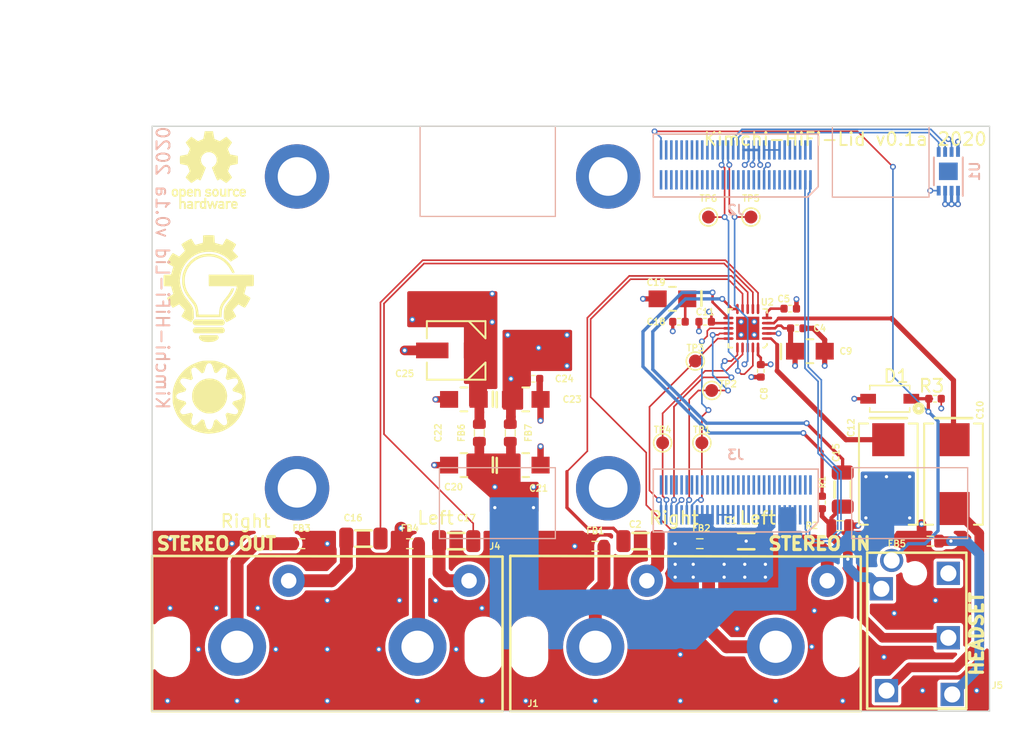
<source format=kicad_pcb>
(kicad_pcb (version 20221018) (generator pcbnew)
  (title_block (title "kimchi_ulid") (date "2019-12-15") (rev "v0.1") (company "GroupGets"))
  (layers (0 "F.Cu" signal) (1 "In1.Cu" power) (2 "In2.Cu" power) (31 "B.Cu" signal) (34 "B.Paste" user) (35 "F.Paste" user) (36 "B.SilkS" user "B.Silkscreen") (37 "F.SilkS" user "F.Silkscreen") (38 "B.Mask" user) (39 "F.Mask" user) (44 "Edge.Cuts" user))
  (net 0 "")
  (net 1 "GND")
  (net 2 "VDD_5V")
  (net 3 "VDD_1V8")
  (net 4 "VDD_3V3")
  (net 5 "I2C4_SCL")
  (net 6 "I2C4_SDA")
  (net 7 "/DISP_CK_P")
  (net 8 "/DISP_D2_N")
  (net 9 "/DISP_D2_P")
  (net 10 "/DISP_D3_N")
  (net 11 "/DISP_D3_P")
  (net 12 "ECSPI2_MISO")
  (net 13 "/CAM_D0_N")
  (net 14 "ECSPI2_MOSI")
  (net 15 "/CAM_D0_P")
  (net 16 "ECSPI2_SS0")
  (net 17 "/CAM_D1_N")
  (net 18 "ECSPI2_SCLK")
  (net 19 "/CAM_D1_P")
  (net 20 "ECSPI1_MISO")
  (net 21 "/CAM_CK_N")
  (net 22 "ECSPI1_MOSI")
  (net 23 "/CAM_CK_P")
  (net 24 "ECSPI1_SS0")
  (net 25 "/CAM_D2_N")
  (net 26 "ECSPI1_SCLK")
  (net 27 "/CAM_D2_P")
  (net 28 "I2C1_SCL")
  (net 29 "/CAM_D3_N")
  (net 30 "I2C1_SDA")
  (net 31 "/CAM_D3_P")
  (net 32 "I2C2_SCL")
  (net 33 "I2C2_SDA")
  (net 34 "UIM_VPP")
  (net 35 "I2C3_SCL")
  (net 36 "UIM_RESET_N")
  (net 37 "I2C3_SDA")
  (net 38 "UIM_CLK")
  (net 39 "UIM_DATA")
  (net 40 "UIM_PWR")
  (net 41 "USB2_VBUS")
  (net 42 "USB2_ID")
  (net 43 "USB2_DN")
  (net 44 "USB2_DP")
  (net 45 "/DISP_D0_N")
  (net 46 "/DISP_D0_P")
  (net 47 "/DISP_D1_N")
  (net 48 "/DISP_D1_P")
  (net 49 "/USDHC3_DATA2")
  (net 50 "/DISP_CK_N")
  (net 51 "/USDHC3_DATA1")
  (net 52 "/USDHC3_DATA0")
  (net 53 "/USDHC3_DATA3")
  (net 54 "/USDHC3_CLK")
  (net 55 "/USDHC3_CMD")
  (net 56 "SAI3_TXFS")
  (net 57 "SAI3_MCLK")
  (net 58 "GPIO1[0]")
  (net 59 "GPIO1[1]")
  (net 60 "GPIO1[9]")
  (net 61 "GPIO1[10]")
  (net 62 "GPIO1[11]")
  (net 63 "GPIO1[12]")
  (net 64 "UART1_TX")
  (net 65 "GPIO1[13]")
  (net 66 "UART1_RX")
  (net 67 "GPIO1[14]")
  (net 68 "UART3_TX")
  (net 69 "GPIO1[15]")
  (net 70 "UART3_RX")
  (net 71 "SAI2_RXFS")
  (net 72 "SAI2_MCLK")
  (net 73 "SAI2_TXC")
  (net 74 "SAI2_TXD0")
  (net 75 "SAI2_RXC")
  (net 76 "SAI2_TXFS")
  (net 77 "SAI2_RXD0")
  (net 78 "/ENET_TXC")
  (net 79 "/ENET_TX_CTL")
  (net 80 "/ENET_TD2")
  (net 81 "/ENET_TD3")
  (net 82 "/ENET_TD0")
  (net 83 "SAI3_TXC")
  (net 84 "/ENET_TD1")
  (net 85 "SAI3_TXD")
  (net 86 "/ENET_RX_CTL")
  (net 87 "SAI3_RXD")
  (net 88 "/ENET_RXC")
  (net 89 "SAI3_RXFS")
  (net 90 "/ENET_RD0")
  (net 91 "SAI3_RXC")
  (net 92 "/ENET_RD2")
  (net 93 "/ENET_RD1")
  (net 94 "/ENET_RD3")
  (net 95 "/ENET_MDC")
  (net 96 "/ENET_MDIO")
  (net 97 "MIC_IN")
  (net 98 "MIC_BIAS")
  (net 99 "Net-(C12-Pad2)")
  (net 100 "Net-(C12-Pad1)")
  (net 101 "Net-(FB1-Pad2)")
  (net 102 "Net-(FB2-Pad2)")
  (net 103 "Net-(FB3-Pad2)")
  (net 104 "Net-(FB4-Pad2)")
  (net 105 "Net-(C5-Pad1)")
  (net 106 "Net-(FB5-Pad2)")
  (net 107 "Net-(C1-Pad2)")
  (net 108 "Net-(C1-Pad1)")
  (net 109 "Net-(C2-Pad2)")
  (net 110 "Net-(C2-Pad1)")
  (net 111 "Net-(C10-Pad2)")
  (net 112 "Net-(C10-Pad1)")
  (net 113 "Net-(C15-Pad2)")
  (net 114 "Net-(C16-Pad2)")
  (net 115 "Net-(C16-Pad1)")
  (net 116 "Net-(C17-Pad2)")
  (net 117 "Net-(C17-Pad1)")
  (net 118 "Net-(J3-Pad58)")
  (net 119 "Net-(J5-Pad6)")
  (net 120 "VDDA")
  (net 121 "VDD")
  (footprint "Symbol:OSHW-Logo_5.7x6mm_SilkScreen" (layer "F.Cu") (at 111.4 84)
    (fp_text reference "LOGO1" hide)
    (fp_text value "Logo_Open_Hardware_Small" hide)
  )
  (footprint "kimchi_ulid:MountingHole_3mm_Pad" (layer "F.Cu") (at 118.25 84.5)
    (fp_text reference "H1" hide)
    (fp_text value "MountingHole_Pad" hide)
  )
  (footprint "kimchi_ulid:MountingHole_3mm_Pad" (layer "F.Cu") (at 118.25 108.7)
    (fp_text reference "H3" hide)
    (fp_text value "MountingHole_Pad" hide)
  )
  (footprint "kimchi_ulid:MountingHole_3mm_Pad" (layer "F.Cu") (at 142.4 84.5)
    (fp_text reference "H2" hide)
    (fp_text value "MountingHole_Pad" hide)
  )
  (footprint "kimchi_ulid:MountingHole_3mm_Pad" (layer "F.Cu") (at 142.4 108.7)
    (fp_text reference "H4" hide)
    (fp_text value "MountingHole_Pad" hide)
  )
  (footprint "kimchi_ulid:C1206" (layer "F.Cu") (at 160.6 108.8 -90)
    (fp_text reference "C15")
    (fp_text value "T491A105K010AT" hide)
  )
  (footprint "kimchi_ulid:C1206" (layer "F.Cu") (at 144.91 112.8)
    (fp_text reference "C2")
    (fp_text value "T491A105K010AT" hide)
  )
  (footprint "kimchi_ulid:C1206" (layer "F.Cu") (at 153.11 112.8)
    (fp_text reference "C1")
    (fp_text value "T491A105K010AT" hide)
  )
  (footprint "kimchi_ulid:RCJ-2123" (layer "F.Cu") (at 148.4 121 180)
    (fp_text reference "J1")
    (fp_text value "RCJ-2123")
  )
  (footprint "kimchi_ulid:RCJ-2123" (layer "F.Cu") (at 120.6 121 180)
    (fp_text reference "J4")
    (fp_text value "RCJ-2123")
  )
  (footprint "kimchi_ulid:C1206" (layer "F.Cu") (at 123.4 112.6 180)
    (fp_text reference "C16")
    (fp_text value "T491A105K010AT" hide)
  )
  (footprint "kimchi_ulid:C1206" (layer "F.Cu") (at 130.6 112.8 180)
    (fp_text reference "C17")
    (fp_text value "T491A105K010AT" hide)
  )
  (footprint "kimchi_ulid:R0603" (layer "F.Cu") (at 118.6 113 180)
    (fp_text reference "FB3")
    (fp_text value "FBMJ1608HM180NTR")
  )
  (footprint "kimchi_ulid:R0603" (layer "F.Cu") (at 127 113)
    (fp_text reference "FB4")
    (fp_text value "FBMJ1608HM180NTR")
  )
  (footprint "kimchi_ulid:R0603" (layer "F.Cu") (at 141.39 113.2)
    (fp_text reference "FB1")
    (fp_text value "FBMJ1608HM180NTR")
  )
  (footprint "kimchi_ulid:R0603" (layer "F.Cu") (at 149.51 113)
    (fp_text reference "FB2")
    (fp_text value "FBMJ1608HM180NTR")
  )
  (footprint "kimchi_ulid:R0603" (layer "F.Cu") (at 167.4 112.8)
    (fp_text reference "FB5")
    (fp_text value "FBMJ1608HM180NTR")
  )
  (footprint "AVR-KiCAD-Lib-Resistors:R0402" (layer "F.Cu") (at 159 109.8 90)
    (fp_text reference "R1")
    (fp_text value "RC0402JR-072K2L")
  )
  (footprint "AVR-KiCAD-Lib-Resistors:R0603" (layer "F.Cu") (at 160.4 111.6 180)
    (fp_text reference "R2")
    (fp_text value "RC0603FR-0747KL")
  )
  (footprint "kimchi_ulid:54-00176" (layer "F.Cu") (at 166.2 125.8 90)
    (fp_text reference "J5")
    (fp_text value "54-00176")
  )
  (footprint "kimchi_ulid:T491D227M010AT" (layer "F.Cu") (at 169.2 107.6 -90)
    (fp_text reference "C10")
    (fp_text value "T491D227M010AT")
  )
  (footprint "kimchi_ulid:T491D227M010AT" (layer "F.Cu") (at 164.14 107.6 -90)
    (fp_text reference "C12")
    (fp_text value "T491D227M010AT")
  )
  (footprint "kimchi_ulid:T494A106M006AT" (layer "F.Cu") (at 136 106.9)
    (fp_text reference "C21")
    (fp_text value "T494A106M006AT" hide)
  )
  (footprint "kimchi_ulid:T494A106M006AT" (layer "F.Cu") (at 131.2 101.8 180)
    (fp_text reference "C22")
    (fp_text value "T494A106M006AT" hide)
  )
  (footprint "kimchi_ulid:UZP1H0R1MCL1GB" (layer "F.Cu") (at 130.6 98 180)
    (fp_text reference "C25")
    (fp_text value "UZP1H0R1MCL1GB" hide)
  )
  (footprint "kimchi_ulid:R0603" (layer "F.Cu") (at 132.4 104.4 90)
    (fp_text reference "FB6")
    (fp_text value "FBMJ1608HM180NTR")
  )
  (footprint "kimchi_ulid:C0402" (layer "F.Cu") (at 136.6 100.2)
    (fp_text reference "C24")
    (fp_text value "C0402C104K9PACTU")
  )
  (footprint "kimchi_ulid:T494A106M006AT" (layer "F.Cu") (at 131.2 106.9 180)
    (fp_text reference "C20")
    (fp_text value "T494A106M006AT" hide)
  )
  (footprint "kimchi_ulid:T494A106M006AT" (layer "F.Cu") (at 136 101.8)
    (fp_text reference "C23")
    (fp_text value "T494A106M006AT" hide)
  )
  (footprint "kimchi_ulid:R0603" (layer "F.Cu") (at 134.8 104.4 90)
    (fp_text reference "FB7")
    (fp_text value "FBMJ1608HM180NTR")
  )
  (footprint "kimchi_ulid:groupgets_logo" (layer "F.Cu") (at 111.4 93.2)
    (fp_text reference "L1" hide)
    (fp_text value "GG_LOGO" hide)
  )
  (footprint "kimchi_ulid:oshpark_logo" (layer "F.Cu") (at 111.4 101.6)
    (fp_text reference "L2" hide)
    (fp_text value "OSHPARK_LOGO" hide)
  )
  (footprint "kimchi_ulid:QFN40P300X300X60-21N" (layer "F.Cu") (at 153.228 96.282 180)
    (fp_text reference "U2")
    (fp_text value "SGTL5000XNLA3")
  )
  (footprint "kimchi_ulid:C0402" (layer "F.Cu") (at 157.038 96.282)
    (fp_text reference "C4")
    (fp_text value "C0402C104K9PACTU")
  )
  (footprint "kimchi_ulid:C0402" (layer "F.Cu") (at 154.244 99.584 -90)
    (fp_text reference "C8")
    (fp_text value "C0402C104K9PACTU")
  )
  (footprint "kimchi_ulid:T494A106M006AT" (layer "F.Cu") (at 158.054 98.06)
    (fp_text reference "C9")
    (fp_text value "T494A106M006AT" hide)
  )
  (footprint "kimchi_ulid:C0402" (layer "F.Cu") (at 149.926 95.774 180)
    (fp_text reference "C11")
    (fp_text value "C0402C104K9PACTU")
  )
  (footprint "kimchi_ulid:C0402" (layer "F.Cu") (at 156.53 94.758)
    (fp_text reference "C5")
    (fp_text value "C0402C104K9PACTU")
  )
  (footprint "kimchi_ulid:C0402" (layer "F.Cu") (at 147.894 95.774 180)
    (fp_text reference "C18")
    (fp_text value "C0402C104K9PACTU")
  )
  (footprint "kimchi_ulid:T494A106M006AT" (layer "F.Cu") (at 147.386 93.996 180)
    (fp_text reference "C19")
    (fp_text value "T494A106M006AT")
  )
  (footprint "kimchi_ulid:TestPoint_Pad_D1.0mm" (layer "F.Cu") (at 149.672 105.172)
    (fp_text reference "TP1")
    (fp_text value "TestPoint")
  )
  (footprint "kimchi_ulid:TestPoint_Pad_D1.0mm" (layer "F.Cu") (at 150.434 101.108)
    (fp_text reference "TP2")
    (fp_text value "TestPoint")
  )
  (footprint "kimchi_ulid:TestPoint_Pad_D1.0mm" (layer "F.Cu") (at 149.164 98.822)
    (fp_text reference "TP3")
    (fp_text value "TestPoint")
  )
  (footprint "kimchi_ulid:TestPoint_Pad_D1.0mm" (layer "F.Cu") (at 146.624 105.172)
    (fp_text reference "TP4")
    (fp_text value "TestPoint")
  )
  (footprint "kimchi_ulid:TestPoint_Pad_D1.0mm" (layer "F.Cu") (at 153.482 87.646)
    (fp_text reference "TP5")
    (fp_text value "TestPoint")
  )
  (footprint "kimchi_ulid:TestPoint_Pad_D1.0mm" (layer "F.Cu") (at 150.18 87.646)
    (fp_text reference "TP6")
    (fp_text value "TestPoint")
  )
  (footprint "kimchi_ulid:R0402" (layer "F.Cu") (at 167.767 101.75 180)
    (fp_text reference "R3")
    (fp_text value "AC0402FR-071ML")
  )
  (footprint "kimchi_ulid:MMSZ4688T3G" (layer "F.Cu") (at 164.25 101.75 180)
    (fp_text reference "D1")
    (fp_text value "MMSZ4688T3G" hide)
  )
  (footprint "kimchi_ulid:DF40HC(3.5)-60DS" (layer "B.Cu") (at 152.3 109.6 180)
    (fp_text reference "J3")
    (fp_text value "DF40HC(3.5)-60DS" hide)
  )
  (footprint "Package_DFN_QFN:DFN-8-1EP_3x2mm_P0.5mm_EP1.36x1.46mm" (layer "B.Cu") (at 168.8 84.1 90)
    (fp_text reference "U1")
    (fp_text value "24C32" hide)
  )
  (footprint "kimchi_ulid:DF40HC(3.5)-60DS" (layer "B.Cu") (at 152.3 83.6 180)
    (fp_text reference "J2")
    (fp_text value "DF40HC(3.5)-60DS" hide)
  )
  (gr_line (start 167.3 80.6) (end 159.8 80.6) (stroke (width 0.1)) (layer "B.SilkS"))
  (gr_line (start 138.3 80.6) (end 127.8 80.6) (stroke (width 0.1)) (layer "B.SilkS"))
  (gr_line (start 138.3 107.1) (end 129.3 107.1) (stroke (width 0.1)) (layer "B.SilkS"))
  (gr_line (start 170.3 107.1) (end 161.3 107.1) (stroke (width 0.1)) (layer "B.SilkS"))
  (gr_line (start 138.3 87.6) (end 138.3 80.6) (stroke (width 0.1)) (layer "B.SilkS"))
  (gr_line (start 127.8 80.6) (end 127.8 87.6) (stroke (width 0.1)) (layer "B.SilkS"))
  (gr_line (start 159.8 86.1) (end 167.3 86.1) (stroke (width 0.1)) (layer "B.SilkS"))
  (gr_line (start 129.3 107.1) (end 129.3 112.6) (stroke (width 0.1)) (layer "B.SilkS"))
  (gr_line (start 127.8 87.6) (end 138.3 87.6) (stroke (width 0.1)) (layer "B.SilkS"))
  (gr_line (start 159.8 80.6) (end 159.8 86.1) (stroke (width 0.1)) (layer "B.SilkS"))
  (gr_line (start 161.3 107.1) (end 161.3 112.6) (stroke (width 0.1)) (layer "B.SilkS"))
  (gr_line (start 129.3 112.6) (end 138.3 112.6) (stroke (width 0.1)) (layer "B.SilkS"))
  (gr_line (start 170.3 112.6) (end 170.3 107.1) (stroke (width 0.1)) (layer "B.SilkS"))
  (gr_line (start 138.3 112.6) (end 138.3 107.1) (stroke (width 0.1)) (layer "B.SilkS"))
  (gr_line (start 161.3 112.6) (end 170.3 112.6) (stroke (width 0.1)) (layer "B.SilkS"))
  (gr_line (start 167.3 86.1) (end 167.3 80.6) (stroke (width 0.1)) (layer "B.SilkS"))
  (gr_line (start 107 126) (end 172 126) (stroke (width 0.1)) (layer "Edge.Cuts"))
  (gr_line (start 172 126) (end 172 80.6) (stroke (width 0.1)) (layer "Edge.Cuts"))
  (gr_line (start 172 80.6) (end 107 80.6) (stroke (width 0.1)) (layer "Edge.Cuts"))
  (gr_line (start 107 80.6) (end 107 126) (stroke (width 0.1)) (layer "Edge.Cuts"))
  (gr_text "Kimchi-HiFi-Lid v0.1a 2020" (at 107.8 91.6 270) (layer "B.SilkS") (effects (font (size 1 1)) (justify mirror)))
  (gr_text "HEADSET" (at 171 120 90) (layer "F.SilkS") (effects (font (size 1 1) (thickness 0.25))))
  (gr_text "STEREO IN" (at 158.8 113) (layer "F.SilkS") (effects (font (size 1 1) (thickness 0.25))))
  (gr_text "STEREO OUT" (at 112 113) (layer "F.SilkS") (effects (font (size 1 1) (thickness 0.25))))
  (gr_text "Kimchi-HiFi-Lid v0.1a 2020" (at 160.8 81.6) (layer "F.SilkS") (effects (font (size 1 1))))
  (gr_text "Right" (at 114.25 111.25) (layer "F.SilkS") (effects (font (size 1 1))))
  (gr_text "Right" (at 147.5 111) (layer "F.SilkS") (effects (font (size 1 1))))
  (gr_text "Left" (at 154 111) (layer "F.SilkS") (effects (font (size 1 1))))
  (gr_text "Left" (at 129 111) (layer "F.SilkS") (effects (font (size 1 1))))
  (segment (start 166.72 111.48) (end 166.72 111.48) (width 0.127) (layer "F.Cu") (net 1))
  (segment (start 166.72 112.8) (end 166.72 111.48) (width 0.75) (layer "F.Cu") (net 1))
  (segment (start 137.149722 103.450278) (end 137.149722 103.450278) (width 0.127) (layer "F.Cu") (net 1))
  (segment (start 137.149722 105.450278) (end 137.149722 105.450278) (width 0.127) (layer "F.Cu") (net 1))
  (segment (start 126.6 98) (end 126.6 98) (width 0.127) (layer "F.Cu") (net 1))
  (segment (start 148.83 113) (end 148.83 113) (width 1) (layer "F.Cu") (net 1))
  (segment (start 155.623523 96.682) (end 155.623523 96.682) (width 0.127) (layer "F.Cu") (net 1))
  (segment (start 149.443 96.510932) (end 149.443025 96.510957) (width 0.2) (layer "F.Cu") (net 1))
  (segment (start 149.443 95.774) (end 149.443 96.510932) (width 0.254) (layer "F.Cu") (net 1))
  (segment (start 130.050278 106.9) (end 128.9 106.9) (width 0.5) (layer "F.Cu") (net 1))
  (segment (start 148 113) (end 148.83 113) (width 1) (layer "F.Cu") (net 1))
  (segment (start 137.149722 101.8) (end 137.149722 103.450278) (width 0.5) (layer "F.Cu") (net 1))
  (segment (start 126.32 113) (end 126.32 111.8) (width 1) (layer "F.Cu") (net 1))
  (segment (start 128.7458 98) (end 126.6 98) (width 0.75) (layer "F.Cu") (net 1))
  (segment (start 159.203722 98.06) (end 159.203722 99.196268) (width 0.4) (layer "F.Cu") (net 1))
  (segment (start 157.521 96.282) (end 158.308 96.282) (width 0.4) (layer "F.Cu") (net 1))
  (segment (start 159.203722 97.177722) (end 159.203722 98.06) (width 0.4) (layer "F.Cu") (net 1))
  (segment (start 166.72 112.8) (end 166.72 112.8) (width 0.75) (layer "F.Cu") (net 1))
  (segment (start 147.411 95.774) (end 147.411 96.511) (width 0.254) (layer "F.Cu") (net 1))
  (segment (start 139.8 113.2) (end 140.71 113.2) (width 1) (layer "F.Cu") (net 1))
  (segment (start 161.08 111.6) (end 161.8 111.6) (width 0.5) (layer "F.Cu") (net 1))
  (segment (start 162.5736 101.75) (end 161.5 101.75) (width 0.254) (layer "F.Cu") (net 1))
  (segment (start 157.013 94.020894) (end 157.01298 94.020914) (width 0.127) (layer "F.Cu") (net 1))
  (segment (start 153.507044 100.067) (end 153.507022 100.066978) (width 0.2) (layer "F.Cu") (net 1))
  (segment (start 137.149722 106.9) (end 137.149722 105.450278) (width 0.5) (layer "F.Cu") (net 1))
  (segment (start 137.083 100.2) (end 137.083 101.733278) (width 0.5) (layer "F.Cu") (net 1))
  (segment (start 154.244 100.067) (end 153.507044 100.067) (width 0.35) (layer "F.Cu") (net 1))
  (segment (start 137.083 101.733278) (end 137.149722 101.8) (width 0.127) (layer "F.Cu") (net 1))
  (segment (start 154.728 96.682) (end 155.623523 96.682) (width 0.2) (layer "F.Cu") (net 1))
  (segment (start 120.4 113) (end 119.28 113) (width 1) (layer "F.Cu") (net 1))
  (segment (start 130.050278 101.8) (end 129.000038 101.8) (width 0.5) (layer "F.Cu") (net 1))
  (segment (start 146.236278 93.996) (end 145.1 93.996) (width 0.4) (layer "F.Cu") (net 1))
  (segment (start 157.013 94.758) (end 157.013 94.020894) (width 0.35) (layer "F.Cu") (net 1))
  (segment (start 158.308 96.282) (end 159.203722 97.177722) (width 0.4) (layer "F.Cu") (net 1))
  (via (at 137.149722 105.450278) (size 0.4572) (drill 0.254) (layers "F.Cu" "B.Cu") (net 1))
  (via (at 151.4 115.6) (size 0.4572) (drill 0.254) (layers "F.Cu" "B.Cu") (net 1))
  (via (at 132.6 118) (size 0.4572) (drill 0.254) (layers "F.Cu" "B.Cu") (net 1))
  (via (at 167.4 85.6) (size 0.4572) (drill 0.254) (layers "F.Cu" "B.Cu") (net 1))
  (via (at 153.6 83.6) (size 0.4572) (drill 0.254) (layers "F.Cu" "B.Cu") (net 1))
  (via (at 168.8 81.6) (size 0.4572) (drill 0.254) (layers "F.Cu" "B.Cu") (net 1))
  (via (at 166.72 111.48) (size 0.4572) (drill 0.254) (layers "F.Cu" "B.Cu") (net 1))
  (via (at 126.2 117.4) (size 0.4572) (drill 0.254) (layers "F.Cu" "B.Cu") (net 1))
  (via (at 116.6 121.2) (size 0.4572) (drill 0.254) (layers "F.Cu" "B.Cu") (net 1))
  (via (at 153.736 96.79) (size 0.4572) (drill 0.254) (layers "F.Cu" "B.Cu") (net 1))
  (via (at 154.6 115.6) (size 0.4572) (drill 0.254) (layers "F.Cu" "B.Cu") (net 1))
  (via (at 145.1 93.996) (size 0.4572) (drill 0.254) (layers "F.Cu" "B.Cu") (net 1))
  (via (at 158.2 121) (size 0.4572) (drill 0.254) (layers "F.Cu" "B.Cu") (net 1))
  (via (at 154.2 83.6) (size 0.4572) (drill 0.254) (layers "F.Cu" "B.Cu") (net 1))
  (via (at 129 117.4) (size 0.4572) (drill 0.254) (layers "F.Cu" "B.Cu") (net 1))
  (via (at 128.9 106.9) (size 0.4572) (drill 0.254) (layers "F.Cu" "B.Cu") (net 1))
  (via (at 120.6 117.4) (size 0.4572) (drill 0.254) (layers "F.Cu" "B.Cu") (net 1))
  (via (at 158.4 118.2) (size 0.4572) (drill 0.254) (layers "F.Cu" "B.Cu") (net 1))
  (via (at 130.6 121.2) (size 0.4572) (drill 0.254) (layers "F.Cu" "B.Cu") (net 1))
  (via (at 126.32 111.8) (size 0.4572) (drill 0.254) (layers "F.Cu" "B.Cu") (net 1))
  (via (at 120.6 125.2) (size 0.4572) (drill 0.254) (layers "F.Cu" "B.Cu") (net 1))
  (via (at 126.6 98) (size 0.4572) (drill 0.254) (layers "F.Cu" "B.Cu") (net 1))
  (via (at 149 115.6) (size 0.4572) (drill 0.254) (layers "F.Cu" "B.Cu") (net 1))
  (via (at 166.8 124.4) (size 0.4572) (drill 0.254) (layers "F.Cu" "B.Cu") (net 1))
  (via (at 129.000038 101.8) (size 0.4572) (drill 0.254) (layers "F.Cu" "B.Cu") (net 1))
  (via (at 136 125.2) (size 0.4572) (drill 0.254) (layers "F.Cu" "B.Cu") (net 1))
  (via (at 153.736 95.774) (size 0.4572) (drill 0.254) (layers "F.Cu" "B.Cu") (net 1))
  (via (at 147.6 113) (size 0.4572) (drill 0.254) (layers "F.Cu" "B.Cu") (net 1))
  (via (at 127.6 125.2) (size 0.4572) (drill 0.254) (layers "F.Cu" "B.Cu") (net 1))
  (via (at 161.5 101.75) (size 0.4572) (drill 0.254) (layers "F.Cu" "B.Cu") (net 1))
  (via (at 148 121.6) (size 0.4572) (drill 0.254) (layers "F.Cu" "B.Cu") (net 1))
  (via (at 152.72 96.79) (size 0.4572) (drill 0.254) (layers "F.Cu" "B.Cu") (net 1))
  (via (at 159.203722 99.196268) (size 0.4572) (drill 0.254) (layers "F.Cu" "B.Cu") (net 1))
  (via (at 112 118) (size 0.4572) (drill 0.254) (layers "F.Cu" "B.Cu") (net 1))
  (via (at 141.4 125.2) (size 0.4572) (drill 0.254) (layers "F.Cu" "B.Cu") (net 1))
  (via (at 153.11 112.8) (size 0.4572) (drill 0.254) (layers "F.Cu" "B.Cu") (net 1))
  (via (at 113.2 113) (size 0.4572) (drill 0.254) (layers "F.Cu" "B.Cu") (net 1))
  (via (at 115.2 118) (size 0.4572) (drill 0.254) (layers "F.Cu" "B.Cu") (net 1))
  (via (at 154.8 83.6) (size 0.4572) (drill 0.254) (layers "F.Cu" "B.Cu") (net 1))
  (via (at 154.6 114.6) (size 0.4572) (drill 0.254) (layers "F.Cu" "B.Cu") (net 1))
  (via (at 149.443025 96.510957) (size 0.4572) (drill 0.254) (layers "F.Cu" "B.Cu") (net 1))
  (via (at 139.8 113.2) (size 0.4572) (drill 0.254) (layers "F.Cu" "B.Cu") (net 1))
  (via (at 108.4 112.6) (size 0.4572) (drill 0.254) (layers "F.Cu" "B.Cu") (net 1))
  (via (at 149 114.6) (size 0.4572) (drill 0.254) (layers "F.Cu" "B.Cu") (net 1))
  (via (at 124.6 121.2) (size 0.4572) (drill 0.254) (layers "F.Cu" "B.Cu") (net 1))
  (via (at 155.623523 96.682) (size 0.4572) (drill 0.254) (layers "F.Cu" "B.Cu") (net 1))
  (via (at 110.6 121.2) (size 0.4572) (drill 0.254) (layers "F.Cu" "B.Cu") (net 1))
  (via (at 148 125.2) (size 0.4572) (drill 0.254) (layers "F.Cu" "B.Cu") (net 1))
  (via (at 157.01298 94.020914) (size 0.4572) (drill 0.254) (layers "F.Cu" "B.Cu") (net 1))
  (via (at 153.507022 100.066978) (size 0.4572) (drill 0.254) (layers "F.Cu" "B.Cu") (net 1))
  (via (at 160.6 125.2) (size 0.4572) (drill 0.254) (layers "F.Cu" "B.Cu") (net 1))
  (via (at 167.8 117.4) (size 0.4572) (drill 0.254) (layers "F.Cu" "B.Cu") (net 1))
  (via (at 108.4 118) (size 0.4572) (drill 0.254) (layers "F.Cu" "B.Cu") (net 1))
  (via (at 147.411 96.511) (size 0.4572) (drill 0.254) (layers "F.Cu" "B.Cu") (net 1))
  (via (at 132.6 125.2) (size 0.4572) (drill 0.254) (layers "F.Cu" "B.Cu") (net 1))
  (via (at 120.6 113) (size 0.4572) (drill 0.254) (layers "F.Cu" "B.Cu") (net 1))
  (via (at 171 124.4) (size 0.4572) (drill 0.254) (layers "F.Cu" "B.Cu") (net 1))
  (via (at 152.72 95.774) (size 0.4572) (drill 0.254) (layers "F.Cu" "B.Cu") (net 1))
  (via (at 137.149722 103.450278) (size 0.4572) (drill 0.254) (layers "F.Cu" "B.Cu") (net 1))
  (via (at 164.6 118.4) (size 0.4572) (drill 0.254) (layers "F.Cu" "B.Cu") (net 1))
  (via (at 153 115.6) (size 0.4572) (drill 0.254) (layers "F.Cu" "B.Cu") (net 1))
  (via (at 153 114.6) (size 0.4572) (drill 0.254) (layers "F.Cu" "B.Cu") (net 1))
  (via (at 153 83.6) (size 0.4572) (drill 0.254) (layers "F.Cu" "B.Cu") (net 1))
  (via (at 108.2 125.2) (size 0.4572) (drill 0.254) (layers "F.Cu" "B.Cu") (net 1))
  (via (at 147.6 115.6) (size 0.4572) (drill 0.254) (layers "F.Cu" "B.Cu") (net 1))
  (via (at 163.8 121.8) (size 0.4572) (drill 0.254) (layers "F.Cu" "B.Cu") (net 1))
  (via (at 151.4 114.6) (size 0.4572) (drill 0.254) (layers "F.Cu" "B.Cu") (net 1))
  (via (at 152.4 119.6) (size 0.4572) (drill 0.254) (layers "F.Cu" "B.Cu") (net 1))
  (via (at 155.4 125.2) (size 0.4572) (drill 0.254) (layers "F.Cu" "B.Cu") (net 1))
  (via (at 147.6 114.6) (size 0.4572) (drill 0.254) (layers "F.Cu" "B.Cu") (net 1))
  (via (at 161.8 111.6) (size 0.4572) (drill 0.254) (layers "F.Cu" "B.Cu") (net 1))
  (via (at 120.6 121.2) (size 0.4572) (drill 0.254) (layers "F.Cu" "B.Cu") (net 1))
  (via (at 113.6 125.2) (size 0.4572) (drill 0.254) (layers "F.Cu" "B.Cu") (net 1))
  (segment (start 149.56 111.84) (end 149.56 112.16) (width 0.15) (layer "B.Cu") (net 1))
  (segment (start 150.24 111.76) (end 150.24 112.16) (width 0.15) (layer "B.Cu") (net 1))
  (segment (start 149.96 110.76) (end 149.96 110.76) (width 0.127) (layer "B.Cu") (net 1))
  (segment (start 150.24 111.36) (end 150.24 111.76) (width 0.15) (layer "B.Cu") (net 1))
  (segment (start 149.56 111.44) (end 149.56 111.84) (width 0.15) (layer "B.Cu") (net 1))
  (segment (start 149.96 111.84) (end 149.96 112.16) (width 0.15) (layer "B.Cu") (net 1))
  (segment (start 154.76 111.84) (end 154.76 112.16) (width 0.15) (layer "B.Cu") (net 1))
  (segment (start 154.36 111.44) (end 154.36 111.84) (width 0.15) (layer "B.Cu") (net 1))
  (segment (start 154.76 110.76) (end 154.76 110.76) (width 0.127) (layer "B.Cu") (net 1))
  (segment (start 155.04 111.36) (end 155.04 111.76) (width 0.15) (layer "B.Cu") (net 1))
  (segment (start 154.64 110.76) (end 154.64 112.16) (width 0.15) (layer "B.Cu") (net 1))
  (segment (start 154.1 110.76) (end 154.1 112.1) (width 0.15) (layer "B.Cu") (net 1))
  (segment (start 154.36 111.84) (end 154.36 112.16) (width 0.15) (layer "B.Cu") (net 1))
  (segment (start 154.64 110.76) (end 154.36 110.76) (width 0.127) (layer "B.Cu") (net 1))
  (segment (start 154.76 110.76) (end 154.64 110.76) (width 0.127) (layer "B.Cu") (net 1))
  (segment (start 155.16 110.76) (end 155.04 110.76) (width 0.127) (layer "B.Cu") (net 1))
  (segment (start 154.24 110.76) (end 154.1 110.76) (width 0.127) (layer "B.Cu") (net 1))
  (segment (start 154.76 110.76) (end 154.76 111.84) (width 0.15) (layer "B.Cu") (net 1))
  (segment (start 154.36 110.76) (end 154.36 111.44) (width 0.15) (layer "B.Cu") (net 1))
  (segment (start 154.9 110.76) (end 154.9 112.1) (width 0.15) (layer "B.Cu") (net 1))
  (segment (start 154.36 110.76) (end 154.24 110.76) (width 0.127) (layer "B.Cu") (net 1))
  (segment (start 154.5 110.76) (end 154.5 112.1) (width 0.15) (layer "B.Cu") (net 1))
  (segment (start 155.04 110.76) (end 155.04 111.36) (width 0.15) (layer "B.Cu") (net 1))
  (segment (start 155.04 110.76) (end 154.76 110.76) (width 0.127) (layer "B.Cu") (net 1))
  (segment (start 154.24 110.76) (end 154.24 112.16) (width 0.15) (layer "B.Cu") (net 1))
  (segment (start 155.3 110.76) (end 155.16 110.76) (width 0.127) (layer "B.Cu") (net 1))
  (segment (start 155.04 111.76) (end 155.04 112.16) (width 0.15) (layer "B.Cu") (net 1))
  (segment (start 168.8 81.6) (end 168.8 81.6) (width 0.127) (layer "B.Cu") (net 1))
  (segment (start 167.4 85.6) (end 167.4 85.6) (width 0.127) (layer "B.Cu") (net 1))
  (segment (start 153.76 82.44) (end 154.1 82.44) (width 0.2) (layer "B.Cu") (net 1))
  (segment (start 150.24 110.76) (end 149.96 110.76) (width 0.127) (layer "B.Cu") (net 1))
  (segment (start 150.36 110.76) (end 150.24 110.76) (width 0.127) (layer "B.Cu") (net 1))
  (segment (start 149.44 110.76) (end 149.3 110.76) (width 0.127) (layer "B.Cu") (net 1))
  (segment (start 150.24 110.76) (end 150.24 111.36) (width 0.15) (layer "B.Cu") (net 1))
  (segment (start 153.6 83.35) (end 153.7 83.25) (width 0.127) (layer "B.Cu") (net 1))
  (segment (start 155.3 111.7) (end 155.2 111.8) (width 0.15) (layer "B.Cu") (net 1))
  (segment (start 168.05 85.6) (end 167.4 85.6) (width 0.127) (layer "B.Cu") (net 1))
  (segment (start 154.2 83.6) (end 154.2 83.4) (width 0.127) (layer "B.Cu") (net 1))
  (segment (start 169.05 82.6) (end 169.05 81.85) (width 0.127) (layer "B.Cu") (net 1))
  (segment (start 154.1 83.3) (end 154.1 82.44) (width 0.127) (layer "B.Cu") (net 1))
  (segment (start 153.3 83.3) (end 153.3 82.44) (width 0.127) (layer "B.Cu") (net 1))
  (segment (start 155.3 110.76) (end 155.3 111.7) (width 0.15) (layer "B.Cu") (net 1))
  (segment (start 150.5 110.76) (end 150.5 112.1) (width 0.15) (layer "B.Cu") (net 1))
  (segment (start 154.5 83.883) (end 154.783 83.6) (width 0.127) (layer "B.Cu") (net 1))
  (segment (start 154.783 83.6) (end 154.8 83.6) (width 0.127) (layer "B.Cu") (net 1))
  (segment (start 169.05 81.85) (end 168.8 81.6) (width 0.127) (layer "B.Cu") (net 1))
  (segment (start 155.16 110.76) (end 155.16 111.84) (width 0.15) (layer "B.Cu") (net 1))
  (segment (start 153.7 83.25) (end 153.7 82.44) (width 0.127) (layer "B.Cu") (net 1))
  (segment (start 150.36 110.76) (end 150.36 112.16) (width 0.15) (layer "B.Cu") (net 1))
  (segment (start 154.5 84.76) (end 154.5 83.883) (width 0.127) (layer "B.Cu") (net 1))
  (segment (start 149.44 110.76) (end 149.44 112.16) (width 0.15) (layer "B.Cu") (net 1))
  (segment (start 149.7 110.76) (end 149.7 112.1) (width 0.15) (layer "B.Cu") (net 1))
  (segment (start 153.6 83.6) (end 153.6 83.35) (width 0.127) (layer "B.Cu") (net 1))
  (segment (start 153 83.6) (end 153.3 83.3) (width 0.127) (layer "B.Cu") (net 1))
  (segment (start 155.16 111.84) (end 155 112) (width 0.15) (layer "B.Cu") (net 1))
  (segment (start 149.3 110.76) (end 149.3 112.1) (width 0.15) (layer "B.Cu") (net 1))
  (segment (start 150.5 110.76) (end 150.36 110.76) (width 0.127) (layer "B.Cu") (net 1))
  (segment (start 149.84 110.76) (end 149.56 110.76) (width 0.127) (layer "B.Cu") (net 1))
  (segment (start 150.1 110.76) (end 150.1 112.1) (width 0.15) (layer "B.Cu") (net 1))
  (segment (start 154.2 83.4) (end 154.1 83.3) (width 0.127) (layer "B.Cu") (net 1))
  (segment (start 149.56 110.76) (end 149.44 110.76) (width 0.127) (layer "B.Cu") (net 1))
  (segment (start 149.96 110.76) (end 149.84 110.76) (width 0.127) (layer "B.Cu") (net 1))
  (segment (start 149.96 110.76) (end 149.96 111.84) (width 0.15) (layer "B.Cu") (net 1))
  (segment (start 152.9 82.44) (end 153.76 82.44) (width 0.2) (layer "B.Cu") (net 1))
  (segment (start 149.84 110.76) (end 149.84 112.16) (width 0.15) (layer "B.Cu") (net 1))
  (segment (start 149.56 110.76) (end 149.56 111.44) (width 0.15) (layer "B.Cu") (net 1))
  (segment (start 154.5 82.44) (end 155.7 82.44) (width 0.127) (layer "B.Cu") (net 2))
  (segment (start 150.9 110.76) (end 152.1 110.76) (width 0.127) (layer "B.Cu") (net 3))
  (segment (start 134.850278 106.9) (end 134.850278 105.130278) (width 0.75) (layer "F.Cu") (net 4))
  (segment (start 132.4 106.849722) (end 132.349722 106.9) (width 0.127) (layer "F.Cu") (net 4))
  (segment (start 132.4 106.849722) (end 132.4 106.849722) (width 0.127) (layer "F.Cu") (net 4))
  (segment (start 134.850278 106.9) (end 134.850278 106.9) (width 0.75) (layer "F.Cu") (net 4))
  (segment (start 168.25 101.75) (end 168.25 102.5) (width 0.127) (layer "F.Cu") (net 4))
  (segment (start 132.4 105.08) (end 132.4 106.849722) (width 0.75) (layer "F.Cu") (net 4))
  (via (at 165.8 111) (size 0.4572) (drill 0.254) (layers "F.Cu" "B.Cu") (net 4))
  (via (at 136.6 108.6) (size 0.4572) (drill 0.254) (layers "F.Cu" "B.Cu") (net 4))
  (via (at 162.4 111) (size 0.4572) (drill 0.254) (layers "F.Cu" "B.Cu") (net 4))
  (via (at 133.6 108.6) (size 0.4572) (drill 0.254) (layers "F.Cu" "B.Cu") (net 4))
  (via (at 162.4 107.8) (size 0.4572) (drill 0.254) (layers "F.Cu" "B.Cu") (net 4))
  (via (at 169.05 86.65) (size 0.4572) (drill 0.254) (layers "F.Cu" "B.Cu") (net 4))
  (via (at 164 107.8) (size 0.4572) (drill 0.254) (layers "F.Cu" "B.Cu") (net 4))
  (via (at 169.55 81.8) (size 0.4572) (drill 0.254) (layers "F.Cu" "B.Cu") (net 4))
  (via (at 168.25 102.5) (size 0.4572) (drill 0.254) (layers "F.Cu" "B.Cu") (net 4))
  (via (at 168.55 86.65) (size 0.4572) (drill 0.254) (layers "F.Cu" "B.Cu") (net 4))
  (via (at 165.8 107.8) (size 0.4572) (drill 0.254) (layers "F.Cu" "B.Cu") (net 4))
  (via (at 169.55 86.65) (size 0.4572) (drill 0.254) (layers "F.Cu" "B.Cu") (net 4))
  (via (at 133.6 110.2) (size 0.4572) (drill 0.254) (layers "F.Cu" "B.Cu") (net 4))
  (via (at 136.6 110.2) (size 0.4572) (drill 0.254) (layers "F.Cu" "B.Cu") (net 4))
  (segment (start 168.55 86.65) (end 169.05 86.65) (width 0.254) (layer "B.Cu") (net 4))
  (segment (start 169.05 86.65) (end 169.05 86.65) (width 0.254) (layer "B.Cu") (net 4))
  (segment (start 156.7 112.1) (end 156.9 112.1) (width 0.2) (layer "B.Cu") (net 4))
  (segment (start 168.55 86.65) (end 168.55 86.65) (width 0.254) (layer "B.Cu") (net 4))
  (segment (start 156.3 112.1) (end 156.7 112.1) (width 0.2) (layer "B.Cu") (net 4))
  (segment (start 156.1 110.76) (end 156.1 112.1) (width 0.2) (layer "B.Cu") (net 4))
  (segment (start 168.55 85.6) (end 168.55 86.65) (width 0.254) (layer "B.Cu") (net 4))
  (segment (start 169.55 85.6) (end 169.55 86.65) (width 0.254) (layer "B.Cu") (net 4))
  (segment (start 156.5 110.76) (end 156.5 112.1) (width 0.2) (layer "B.Cu") (net 4))
  (segment (start 155.7 112.1) (end 155.9 112.1) (width 0.2) (layer "B.Cu") (net 4))
  (segment (start 156.9 110.76) (end 156.9 112.1) (width 0.2) (layer "B.Cu") (net 4))
  (segment (start 169.55 82.6) (end 169.55 81.8) (width 0.254) (layer "B.Cu") (net 4))
  (segment (start 155.9 112.1) (end 156.3 112.1) (width 0.2) (layer "B.Cu") (net 4))
  (segment (start 156.3 112.1) (end 156.3 110.3) (width 0.3) (layer "B.Cu") (net 4))
  (segment (start 156.7 112.1) (end 156.7 110.3) (width 0.3) (layer "B.Cu") (net 4))
  (segment (start 155.7 110.76) (end 155.7 112.1) (width 0.2) (layer "B.Cu") (net 4))
  (segment (start 155.9 112.1) (end 155.9 110.3) (width 0.3) (layer "B.Cu") (net 4))
  (segment (start 169.05 85.6) (end 169.05 86.65) (width 0.254) (layer "B.Cu") (net 4))
  (segment (start 169.05 86.65) (end 169.55 86.65) (width 0.254) (layer "B.Cu") (net 4))
  (segment (start 152.1 81.520387) (end 152.1 82.44) (width 0.127) (layer "B.Cu") (net 5))
  (segment (start 168.55 82.6) (end 168.55 81.95) (width 0.127) (layer "B.Cu") (net 5))
  (segment (start 168.55 81.95) (end 167.44051 80.84051) (width 0.127) (layer "B.Cu") (net 5))
  (segment (start 167.44051 80.84051) (end 152.779877 80.84051) (width 0.127) (layer "B.Cu") (net 5))
  (segment (start 152.779877 80.84051) (end 152.1 81.520387) (width 0.127) (layer "B.Cu") (net 5))
  (segment (start 167.294521 81.094521) (end 152.88509 81.094521) (width 0.127) (layer "B.Cu") (net 6))
  (segment (start 152.88509 81.094521) (end 152.5 81.479611) (width 0.127) (layer "B.Cu") (net 6))
  (segment (start 168.05 81.85) (end 167.294521 81.094521) (width 0.127) (layer "B.Cu") (net 6))
  (segment (start 168.05 82.6) (end 168.05 81.85) (width 0.127) (layer "B.Cu") (net 6))
  (segment (start 152.5 81.479611) (end 152.5 82.44) (width 0.127) (layer "B.Cu") (net 6))
  (segment (start 164.5 83.75) (end 164.5 83.75) (width 0.127) (layer "F.Cu") (net 12))
  (segment (start 161.75 81) (end 164.5 83.75) (width 0.127) (layer "F.Cu") (net 12))
  (segment (start 165.9264 101.75) (end 167.5 101.75) (width 0.254) (layer "F.Cu") (net 12))
  (segment (start 146 81) (end 161.75 81) (width 0.127) (layer "F.Cu") (net 12))
  (segment (start 167.25 102.75) (end 167.25 101.784) (width 0.254) (layer "F.Cu") (net 12))
  (segment (start 167.25 101.784) (end 167.284 101.75) (width 0.127) (layer "F.Cu") (net 12))
  (via (at 164.5 83.75) (size 0.4572) (drill 0.254) (layers "F.Cu" "B.Cu") (net 12))
  (via (at 146 81) (size 0.4572) (drill 0.254) (layers "F.Cu" "B.Cu") (net 12))
  (via (at 167.25 102.75) (size 0.4572) (drill 0.254) (layers "F.Cu" "B.Cu") (net 12))
  (segment (start 167.25 102.75) (end 167.25 102.75) (width 0.127) (layer "B.Cu") (net 12))
  (segment (start 146 81) (end 146 81) (width 0.127) (layer "B.Cu") (net 12))
  (segment (start 168 103.5) (end 167.25 102.75) (width 0.254) (layer "B.Cu") (net 12))
  (segment (start 165.7 113) (end 167 113) (width 0.254) (layer "B.Cu") (net 12))
  (segment (start 146.5 81.5) (end 146 81) (width 0.127) (layer "B.Cu") (net 12))
  (segment (start 146.5 82.44) (end 146.5 81.5) (width 0.127) (layer "B.Cu") (net 12))
  (segment (start 167 113) (end 168 112) (width 0.254) (layer "B.Cu") (net 12))
  (segment (start 168 112) (end 168 103.5) (width 0.254) (layer "B.Cu") (net 12))
  (segment (start 164.5 100) (end 167.25 102.75) (width 0.127) (layer "B.Cu") (net 12))
  (segment (start 164.5 83.75) (end 164.5 100) (width 0.127) (layer "B.Cu") (net 12))
  (segment (start 164.4 114.3) (end 165.7 113) (width 0.254) (layer "B.Cu") (net 12))
  (segment (start 151.2 83.6) (end 151.2 83.6) (width 0.127) (layer "F.Cu") (net 35))
  (segment (start 152.466 99.584) (end 152.466 99.584) (width 0.127) (layer "F.Cu") (net 35))
  (segment (start 151.2 83.6) (end 151.435465 83.835465) (width 0.127) (layer "F.Cu") (net 35))
  (segment (start 151.2 83.6) (end 151.2 83.8) (width 0.127) (layer "F.Cu") (net 35))
  (segment (start 153.628 99.184) (end 152.974 99.838) (width 0.127) (layer "F.Cu") (net 35))
  (segment (start 151.435465 87.653267) (end 150.187267 87.653267) (width 0.127) (layer "F.Cu") (net 35))
  (segment (start 150.187267 87.653267) (end 150.18 87.646) (width 0.127) (layer "F.Cu") (net 35))
  (segment (start 152.974 99.838) (end 152.72 99.838) (width 0.127) (layer "F.Cu") (net 35))
  (segment (start 151.435465 83.835465) (end 151.435465 87.653267) (width 0.127) (layer "F.Cu") (net 35))
  (segment (start 152.72 99.838) (end 152.466 99.584) (width 0.127) (layer "F.Cu") (net 35))
  (segment (start 153.628 97.782) (end 153.628 99.184) (width 0.127) (layer "F.Cu") (net 35))
  (via (at 152.466 99.584) (size 0.4572) (drill 0.254) (layers "F.Cu" "B.Cu") (net 35))
  (via (at 151.435465 87.653267) (size 0.4572) (drill 0.254) (layers "F.Cu" "B.Cu") (net 35))
  (via (at 151.2 83.6) (size 0.4572) (drill 0.254) (layers "F.Cu" "B.Cu") (net 35))
  (segment (start 151.45 87.646) (end 151.45 87.646) (width 0.127) (layer "B.Cu") (net 35))
  (segment (start 151.3 83.5) (end 151.2 83.6) (width 0.127) (layer "B.Cu") (net 35))
  (segment (start 152.466 99.584) (end 152.466 98.822) (width 0.127) (layer "B.Cu") (net 35))
  (segment (start 151.741267 98.097267) (end 151.741267 87.959069) (width 0.127) (layer "B.Cu") (net 35))
  (segment (start 151.3 82.44) (end 151.3 83.5) (width 0.127) (layer "B.Cu") (net 35))
  (segment (start 151.741267 87.959069) (end 151.435465 87.653267) (width 0.127) (layer "B.Cu") (net 35))
  (segment (start 152.466 98.822) (end 151.741267 98.097267) (width 0.127) (layer "B.Cu") (net 35))
  (segment (start 152.974 99.076) (end 152.974 99.076) (width 0.127) (layer "F.Cu") (net 37))
  (segment (start 151.800026 87.234002) (end 152.212 87.645976) (width 0.127) (layer "F.Cu") (net 37))
  (segment (start 153.228 97.782) (end 153.228 98.822) (width 0.127) (layer "F.Cu") (net 37))
  (segment (start 152.212 87.645976) (end 153.481976 87.645976) (width 0.127) (layer "F.Cu") (net 37))
  (segment (start 153.481976 87.645976) (end 153.482 87.646) (width 0.127) (layer "F.Cu") (net 37))
  (segment (start 153.228 98.822) (end 152.974 99.076) (width 0.127) (layer "F.Cu") (net 37))
  (segment (start 151.800026 83.6) (end 151.800026 87.234002) (width 0.127) (layer "F.Cu") (net 37))
  (via (at 151.800026 83.6) (size 0.4572) (drill 0.254) (layers "F.Cu" "B.Cu") (net 37))
  (via (at 152.974 99.076) (size 0.4572) (drill 0.254) (layers "F.Cu" "B.Cu") (net 37))
  (via (at 152.212 87.645976) (size 0.4572) (drill 0.254) (layers "F.Cu" "B.Cu") (net 37))
  (segment (start 152.974 99.076) (end 153.228009 98.821991) (width 0.127) (layer "B.Cu") (net 37))
  (segment (start 153.228009 98.821991) (end 153.228009 95.520009) (width 0.127) (layer "B.Cu") (net 37))
  (segment (start 151.800026 83.400026) (end 151.7 83.3) (width 0.127) (layer "B.Cu") (net 37))
  (segment (start 152.212 94.504) (end 152.212 87.645976) (width 0.127) (layer "B.Cu") (net 37))
  (segment (start 151.7 83.3) (end 151.7 82.44) (width 0.127) (layer "B.Cu") (net 37))
  (segment (start 153.228009 95.520009) (end 152.212 94.504) (width 0.127) (layer "B.Cu") (net 37))
  (segment (start 151.800026 83.6) (end 151.800026 83.400026) (width 0.127) (layer "B.Cu") (net 37))
  (segment (start 158.027 111.958001) (end 158.027 112.331394) (width 0.127) (layer "B.Cu") (net 43))
  (segment (start 160.213 111.977394) (end 160.213 107.510606) (width 0.127) (layer "B.Cu") (net 43))
  (segment (start 158.1 111.885001) (end 158.027 111.958001) (width 0.127) (layer "B.Cu") (net 43))
  (segment (start 158.689 100.398606) (end 157.673 99.382606) (width 0.127) (layer "B.Cu") (net 43))
  (segment (start 158.360606 112.665) (end 159.525394 112.665) (width 0.127) (layer "B.Cu") (net 43))
  (segment (start 158.027 112.331394) (end 158.360606 112.665) (width 0.127) (layer "B.Cu") (net 43))
  (segment (start 158.689 105.986606) (end 158.689 100.398606) (width 0.127) (layer "B.Cu") (net 43))
  (segment (start 159.525394 112.665) (end 160.213 111.977394) (width 0.127) (layer "B.Cu") (net 43))
  (segment (start 160.213 107.510606) (end 158.689 105.986606) (width 0.127) (layer "B.Cu") (net 43))
  (segment (start 157.673 99.382606) (end 157.673 85.008896) (width 0.127) (layer "B.Cu") (net 43))
  (segment (start 158.1 110.76) (end 158.1 111.885001) (width 0.127) (layer "B.Cu") (net 43))
  (segment (start 158.943 100.293394) (end 157.927 99.277394) (width 0.127) (layer "B.Cu") (net 44))
  (segment (start 158.255394 112.919) (end 159.630606 112.919) (width 0.127) (layer "B.Cu") (net 44))
  (segment (start 159.630606 112.919) (end 160.467 112.082606) (width 0.127) (layer "B.Cu") (net 44))
  (segment (start 157.927 85.827501) (end 158.054 85.700501) (width 0.127) (layer "B.Cu") (net 44))
  (segment (start 160.467 112.082606) (end 160.467 107.405394) (width 0.127) (layer "B.Cu") (net 44))
  (segment (start 157.927 99.277394) (end 157.927 85.827501) (width 0.127) (layer "B.Cu") (net 44))
  (segment (start 158.054 85.700501) (end 158.054 84.852) (width 0.127) (layer "B.Cu") (net 44))
  (segment (start 160.467 107.405394) (end 158.943 105.881394) (width 0.127) (layer "B.Cu") (net 44))
  (segment (start 157.773 112.436606) (end 158.255394 112.919) (width 0.127) (layer "B.Cu") (net 44))
  (segment (start 157.773 111.958001) (end 157.773 112.436606) (width 0.127) (layer "B.Cu") (net 44))
  (segment (start 157.7 111.885001) (end 157.773 111.958001) (width 0.127) (layer "B.Cu") (net 44))
  (segment (start 158.943 105.881394) (end 158.943 100.293394) (width 0.127) (layer "B.Cu") (net 44))
  (segment (start 157.7 110.76) (end 157.7 111.885001) (width 0.127) (layer "B.Cu") (net 44))
  (segment (start 151.704 101.108) (end 151.704 101.108) (width 0.127) (layer "F.Cu") (net 56))
  (segment (start 148.687338 109.606805) (end 148.687338 101.816886) (width 0.127) (layer "F.Cu") (net 56))
  (segment (start 150.942 96.79) (end 150.521201 96.79) (width 0.127) (layer "F.Cu") (net 56))
  (segment (start 151.703978 101.108022) (end 151.704 101.108) (width 0.127) (layer "F.Cu") (net 56))
  (segment (start 151.728 96.682) (end 151.05 96.682) (width 0.127) (layer "F.Cu") (net 56))
  (segment (start 151.05 96.682) (end 150.942 96.79) (width 0.127) (layer "F.Cu") (net 56))
  (segment (start 150.521201 96.79) (end 150.510212 96.800989) (width 0.127) (layer "F.Cu") (net 56))
  (segment (start 149.396202 101.108022) (end 151.703978 101.108022) (width 0.127) (layer "F.Cu") (net 56))
  (segment (start 148.687338 101.816886) (end 149.396202 101.108022) (width 0.127) (layer "F.Cu") (net 56))
  (via (at 150.510212 96.800989) (size 0.4572) (drill 0.254) (layers "F.Cu" "B.Cu") (net 56))
  (via (at 151.704 101.108) (size 0.4572) (drill 0.254) (layers "F.Cu" "B.Cu") (net 56))
  (via (at 148.687338 109.606805) (size 0.4572) (drill 0.254) (layers "F.Cu" "B.Cu") (net 56))
  (segment (start 150.434 96.79) (end 150.434 96.79) (width 0.127) (layer "B.Cu") (net 56))
  (segment (start 151.704 101.108) (end 150.510212 99.914212) (width 0.127) (layer "B.Cu") (net 56))
  (segment (start 150.510212 99.914212) (end 150.510212 96.800989) (width 0.127) (layer "B.Cu") (net 56))
  (segment (start 148.5 109.794143) (end 148.687338 109.606805) (width 0.127) (layer "B.Cu") (net 56))
  (segment (start 148.5 110.76) (end 148.5 109.794143) (width 0.127) (layer "B.Cu") (net 56))
  (segment (start 151.728 96.282) (end 150.292272 96.282) (width 0.127) (layer "F.Cu") (net 57))
  (segment (start 150.091102 96.878898) (end 149.672 97.298) (width 0.127) (layer "F.Cu") (net 57))
  (segment (start 149.672 103.14) (end 150.18 102.632) (width 0.127) (layer "F.Cu") (net 57))
  (segment (start 149.672 109.528) (end 149.672 103.14) (width 0.127) (layer "F.Cu") (net 57))
  (segment (start 150.091102 96.48317) (end 150.091102 96.878898) (width 0.127) (layer "F.Cu") (net 57))
  (segment (start 149.6 109.6) (end 149.672 109.528) (width 0.127) (layer "F.Cu") (net 57))
  (segment (start 150.292272 96.282) (end 150.091102 96.48317) (width 0.127) (layer "F.Cu") (net 57))
  (via (at 149.6 109.6) (size 0.4572) (drill 0.254) (layers "F.Cu" "B.Cu") (net 57))
  (via (at 149.672 97.298) (size 0.4572) (drill 0.254) (layers "F.Cu" "B.Cu") (net 57))
  (via (at 150.18 102.632) (size 0.4572) (drill 0.254) (layers "F.Cu" "B.Cu") (net 57))
  (segment (start 149.672 102.124) (end 150.18 102.632) (width 0.127) (layer "B.Cu") (net 57))
  (segment (start 148.9 109.998905) (end 149.298905 109.6) (width 0.127) (layer "B.Cu") (net 57))
  (segment (start 149.298905 109.6) (end 149.6 109.6) (width 0.127) (layer "B.Cu") (net 57))
  (segment (start 148.9 110.76) (end 148.9 109.998905) (width 0.127) (layer "B.Cu") (net 57))
  (segment (start 149.672 97.298) (end 149.672 102.124) (width 0.127) (layer "B.Cu") (net 57))
  (segment (start 151.728 97.082) (end 150.904 97.082) (width 0.127) (layer "F.Cu") (net 83))
  (segment (start 150.904 97.082) (end 145.608 102.378) (width 0.127) (layer "F.Cu") (net 83))
  (segment (start 145.608 102.378) (end 145.608 108.875091) (width 0.127) (layer "F.Cu") (net 83))
  (segment (start 145.608 108.875091) (end 146.334808 109.601899) (width 0.127) (layer "F.Cu") (net 83))
  (via (at 146.334808 109.601899) (size 0.4572) (drill 0.254) (layers "F.Cu" "B.Cu") (net 83))
  (segment (start 146.5 110.76) (end 146.5 109.767091) (width 0.127) (layer "B.Cu") (net 83))
  (segment (start 146.5 109.767091) (end 146.334808 109.601899) (width 0.127) (layer "B.Cu") (net 83))
  (segment (start 149.926 99.584) (end 146.624 102.886) (width 0.127) (layer "F.Cu") (net 85))
  (segment (start 151.555225 99.584) (end 149.926 99.584) (width 0.127) (layer "F.Cu") (net 85))
  (segment (start 146.624 102.886) (end 146.624 109.298378) (width 0.127) (layer "F.Cu") (net 85))
  (segment (start 152.828 97.782) (end 152.828 98.311225) (width 0.127) (layer "F.Cu") (net 85))
  (segment (start 152.828 98.311225) (end 151.555225 99.584) (width 0.127) (layer "F.Cu") (net 85))
  (segment (start 146.624 109.298378) (end 146.920814 109.595192) (width 0.127) (layer "F.Cu") (net 85))
  (via (at 146.920814 109.595192) (size 0.4572) (drill 0.254) (layers "F.Cu" "B.Cu") (net 85))
  (segment (start 146.9 109.616006) (end 146.920814 109.595192) (width 0.127) (layer "B.Cu") (net 85))
  (segment (start 146.9 110.76) (end 146.9 109.616006) (width 0.127) (layer "B.Cu") (net 85))
  (segment (start 151.958 100.092) (end 151.958 100.092) (width 0.127) (layer "F.Cu") (net 87))
  (segment (start 147.506331 109.602388) (end 147.506331 102.362893) (width 0.127) (layer "F.Cu") (net 87))
  (segment (start 149.777224 100.092) (end 151.958 100.092) (width 0.127) (layer "F.Cu") (net 87))
  (segment (start 147.506331 102.362893) (end 149.777224 100.092) (width 0.127) (layer "F.Cu") (net 87))
  (segment (start 151.958 98.822) (end 151.45 98.822) (width 0.127) (layer "F.Cu") (net 87))
  (segment (start 152.428 97.782) (end 152.428 98.352) (width 0.127) (layer "F.Cu") (net 87))
  (segment (start 152.428 98.352) (end 151.958 98.822) (width 0.127) (layer "F.Cu") (net 87))
  (via (at 147.506331 109.602388) (size 0.4572) (drill 0.254) (layers "F.Cu" "B.Cu") (net 87))
  (via (at 151.45 98.822) (size 0.4572) (drill 0.254) (layers "F.Cu" "B.Cu") (net 87))
  (via (at 151.958 100.092) (size 0.4572) (drill 0.254) (layers "F.Cu" "B.Cu") (net 87))
  (segment (start 151.196 99.33) (end 151.958 100.092) (width 0.127) (layer "B.Cu") (net 87))
  (segment (start 147.3 109.883) (end 147.506331 109.676669) (width 0.127) (layer "B.Cu") (net 87))
  (segment (start 151.196 99.076) (end 151.196 99.33) (width 0.127) (layer "B.Cu") (net 87))
  (segment (start 147.506331 109.676669) (end 147.506331 109.602388) (width 0.127) (layer "B.Cu") (net 87))
  (segment (start 147.3 110.76) (end 147.3 109.883) (width 0.127) (layer "B.Cu") (net 87))
  (segment (start 151.45 98.822) (end 151.196 99.076) (width 0.127) (layer "B.Cu") (net 87))
  (via (at 148.095413 109.606018) (size 0.4572) (drill 0.254) (layers "F.Cu" "B.Cu") (net 89))
  (segment (start 147.7 110.76) (end 147.7 110.001431) (width 0.127) (layer "B.Cu") (net 89))
  (segment (start 147.7 110.001431) (end 148.095413 109.606018) (width 0.127) (layer "B.Cu") (net 89))
  (segment (start 157.8 103.648) (end 157.8 103.648) (width 0.254) (layer "F.Cu") (net 97))
  (segment (start 160.594 107.469) (end 160.594 106.442) (width 0.254) (layer "F.Cu") (net 97))
  (segment (start 160.6 107.475) (end 160.594 107.469) (width 0.254) (layer "F.Cu") (net 97))
  (segment (start 152.032 94.782) (end 151.25 94) (width 0.2) (layer "F.Cu") (net 97))
  (segment (start 152.428 94.782) (end 152.032 94.782) (width 0.2) (layer "F.Cu") (net 97))
  (segment (start 160.594 106.442) (end 157.8 103.648) (width 0.254) (layer "F.Cu") (net 97))
  (via (at 157.8 103.648) (size 0.4572) (drill 0.254) (layers "F.Cu" "B.Cu") (net 97))
  (via (at 151.25 94) (size 0.4572) (drill 0.254) (layers "F.Cu" "B.Cu") (net 97))
  (segment (start 145.862011 96.535989) (end 148.398 94) (width 0.254) (layer "B.Cu") (net 97))
  (segment (start 150.031224 103.648) (end 145.862011 99.478787) (width 0.254) (layer "B.Cu") (net 97))
  (segment (start 148.398 94) (end 151.25 94) (width 0.254) (layer "B.Cu") (net 97))
  (segment (start 157.8 103.648) (end 150.031224 103.648) (width 0.254) (layer "B.Cu") (net 97))
  (segment (start 145.862011 99.478787) (end 145.862011 96.535989) (width 0.254) (layer "B.Cu") (net 97))
  (segment (start 149.031722 93.5) (end 150.5 93.5) (width 0.2) (layer "F.Cu") (net 98))
  (segment (start 148.535722 93.996) (end 149.031722 93.5) (width 0.2) (layer "F.Cu") (net 98))
  (segment (start 148.377 95.774) (end 148.377 94.154722) (width 0.2) (layer "F.Cu") (net 98))
  (segment (start 151.728 95.482) (end 150.5 94.254) (width 0.2) (layer "F.Cu") (net 98))
  (segment (start 148.377 94.154722) (end 148.535722 93.996) (width 0.127) (layer "F.Cu") (net 98))
  (segment (start 159 109.317) (end 159 105.864) (width 0.254) (layer "F.Cu") (net 98))
  (segment (start 150.5 94.254) (end 150.5 93.5) (width 0.2) (layer "F.Cu") (net 98))
  (segment (start 159 105.864) (end 157.546 104.41) (width 0.254) (layer "F.Cu") (net 98))
  (via (at 150.5 93.5) (size 0.4572) (drill 0.254) (layers "F.Cu" "B.Cu") (net 98))
  (via (at 157.546 104.41) (size 0.4572) (drill 0.254) (layers "F.Cu" "B.Cu") (net 98))
  (segment (start 157.546 104.41) (end 150.254395 104.41) (width 0.254) (layer "B.Cu") (net 98))
  (segment (start 145.1 96.536) (end 148.136 93.5) (width 0.254) (layer "B.Cu") (net 98))
  (segment (start 148.136 93.5) (end 150.5 93.5) (width 0.254) (layer "B.Cu") (net 98))
  (segment (start 145.1 99.255605) (end 145.1 96.536) (width 0.254) (layer "B.Cu") (net 98))
  (segment (start 150.254395 104.41) (end 145.1 99.255605) (width 0.254) (layer "B.Cu") (net 98))
  (segment (start 164.14 111.86) (end 164.14 110.272194) (width 0.75) (layer "F.Cu") (net 99))
  (segment (start 163.7 120.3) (end 162.077011 118.677011) (width 0.75) (layer "F.Cu") (net 99))
  (segment (start 162.077011 113.922989) (end 164.14 111.86) (width 0.75) (layer "F.Cu") (net 99))
  (segment (start 168.8 120.3) (end 163.7 120.3) (width 0.75) (layer "F.Cu") (net 99))
  (segment (start 162.077011 118.677011) (end 162.077011 113.922989) (width 0.75) (layer "F.Cu") (net 99))
  (segment (start 164.14 110.272194) (end 164.14 110.34) (width 0.127) (layer "F.Cu") (net 99))
  (segment (start 155.514 97.552) (end 155.514 99.584) (width 0.3) (layer "F.Cu") (net 100))
  (segment (start 154.728 97.082) (end 155.044 97.082) (width 0.127) (layer "F.Cu") (net 100))
  (segment (start 165 104.067806) (end 164.14 104.927806) (width 0.127) (layer "F.Cu") (net 100))
  (segment (start 155.514 99.584) (end 160.857806 104.927806) (width 0.4) (layer "F.Cu") (net 100))
  (segment (start 155.044 97.082) (end 155.514 97.552) (width 0.2) (layer "F.Cu") (net 100))
  (segment (start 160.857806 104.927806) (end 164.14 104.927806) (width 0.4) (layer "F.Cu") (net 100))
  (segment (start 142.07 116.13) (end 142.07 113.2) (width 1) (layer "F.Cu") (net 101))
  (segment (start 141.4 121) (end 141.4 116.8) (width 1) (layer "F.Cu") (net 101))
  (segment (start 141.4 116.8) (end 142.07 116.13) (width 1) (layer "F.Cu") (net 101))
  (segment (start 150.19 119.59) (end 151.6 121) (width 1) (layer "F.Cu") (net 102))
  (segment (start 150.19 113) (end 150.19 119.59) (width 1) (layer "F.Cu") (net 102))
  (segment (start 151.6 121) (end 155.4 121) (width 1) (layer "F.Cu") (net 102))
  (segment (start 115 113) (end 117.92 113) (width 1) (layer "F.Cu") (net 103))
  (segment (start 113.6 121) (end 113.6 114.4) (width 1) (layer "F.Cu") (net 103))
  (segment (start 113.6 114.4) (end 115 113) (width 1) (layer "F.Cu") (net 103))
  (segment (start 127.68 113) (end 127.68 120.92) (width 1) (layer "F.Cu") (net 104))
  (segment (start 127.68 120.92) (end 127.6 121) (width 0.127) (layer "F.Cu") (net 104))
  (segment (start 154.728 95.036) (end 155.006 94.758) (width 0.2) (layer "F.Cu") (net 105))
  (segment (start 155.006 94.758) (end 156.047 94.758) (width 0.2) (layer "F.Cu") (net 105))
  (segment (start 154.728 95.482) (end 154.728 95.036) (width 0.2) (layer "F.Cu") (net 105))
  (segment (start 169 112.8) (end 168.08 112.8) (width 0.75) (layer "F.Cu") (net 106))
  (via (at 169 112.8) (size 0.4572) (drill 0.254) (layers "F.Cu" "B.Cu") (net 106))
  (segment (start 169 112.8) (end 169 112.8) (width 0.127) (layer "B.Cu") (net 106))
  (segment (start 169.1 124.7) (end 170.8 123) (width 0.75) (layer "B.Cu") (net 106))
  (segment (start 170.8 123) (end 171.2 122.6) (width 0.75) (layer "B.Cu") (net 106))
  (segment (start 171.2 122.6) (end 171.2 113.8) (width 0.75) (layer "B.Cu") (net 106))
  (segment (start 171.2 113.8) (end 170.2 112.8) (width 0.75) (layer "B.Cu") (net 106))
  (segment (start 170.2 112.8) (end 169 112.8) (width 0.75) (layer "B.Cu") (net 106))
  (segment (start 154.435 112.8) (end 158.4 112.8) (width 1) (layer "F.Cu") (net 107))
  (segment (start 159.4 113.8) (end 159.4 115.875) (width 1) (layer "F.Cu") (net 107))
  (segment (start 158.4 112.8) (end 159.4 113.8) (width 1) (layer "F.Cu") (net 107))
  (segment (start 151.704011 92.472011) (end 144.137213 92.472011) (width 0.127) (layer "F.Cu") (net 108))
  (segment (start 151.785 112.8) (end 151.785 112.385) (width 0.254) (layer "F.Cu") (net 108))
  (segment (start 147.606 112.25) (end 151.235 112.25) (width 0.127) (layer "F.Cu") (net 108))
  (segment (start 145.354 109.998) (end 147.606 112.25) (width 0.127) (layer "F.Cu") (net 108))
  (segment (start 144.137213 92.472011) (end 141.036 95.573224) (width 0.127) (layer "F.Cu") (net 108))
  (segment (start 152.828 94.782) (end 152.828 93.596) (width 0.127) (layer "F.Cu") (net 108))
  (segment (start 152.828 93.596) (end 151.704011 92.472011) (width 0.127) (layer "F.Cu") (net 108))
  (segment (start 145.354 105.934) (end 145.354 109.998) (width 0.127) (layer "F.Cu") (net 108))
  (segment (start 141.036 95.573224) (end 141.036 101.616) (width 0.127) (layer "F.Cu") (net 108))
  (segment (start 151.235 112.25) (end 151.785 112.8) (width 0.127) (layer "F.Cu") (net 108))
  (segment (start 141.036 101.616) (end 145.354 105.934) (width 0.127) (layer "F.Cu") (net 108))
  (segment (start 146.235 114.765) (end 146.235 112.8) (width 1) (layer "F.Cu") (net 109))
  (segment (start 145.4 115.6) (end 146.235 114.765) (width 1) (layer "F.Cu") (net 109))
  (segment (start 145.4 115.875) (end 145.4 115.6) (width 0.127) (layer "F.Cu") (net 109))
  (segment (start 143.585 112.585) (end 143.585 112.8) (width 0.127) (layer "F.Cu") (net 110))
  (segment (start 140.781989 105.818011) (end 140.781989 95.468011) (width 0.127) (layer "F.Cu") (net 110))
  (segment (start 153.228 93.488) (end 153.228 94.782) (width 0.127) (layer "F.Cu") (net 110))
  (segment (start 151.958 92.218) (end 153.228 93.488) (width 0.127) (layer "F.Cu") (net 110))
  (segment (start 144.032 92.218) (end 151.958 92.218) (width 0.127) (layer "F.Cu") (net 110))
  (segment (start 139.2 110.2) (end 140.8 111.8) (width 0.254) (layer "F.Cu") (net 110))
  (segment (start 139.2 107.4) (end 139.2 110.2) (width 0.254) (layer "F.Cu") (net 110))
  (segment (start 140.8 111.8) (end 142.8 111.8) (width 0.254) (layer "F.Cu") (net 110))
  (segment (start 140.781989 95.468011) (end 144.032 92.218) (width 0.127) (layer "F.Cu") (net 110))
  (segment (start 142.8 111.8) (end 143.585 112.585) (width 0.254) (layer "F.Cu") (net 110))
  (segment (start 139.2 107.4) (end 140.781989 105.818011) (width 0.127) (layer "F.Cu") (net 110))
  (segment (start 171.2 112.2) (end 171.2 120.8) (width 0.75) (layer "F.Cu") (net 111))
  (segment (start 169.4 122.6) (end 165.8 122.6) (width 0.75) (layer "F.Cu") (net 111))
  (segment (start 169.2 110.272194) (end 169.872194 110.272194) (width 0.127) (layer "F.Cu") (net 111))
  (segment (start 169.272194 110.272194) (end 171.2 112.2) (width 0.75) (layer "F.Cu") (net 111))
  (segment (start 165.8 122.6) (end 164 124.4) (width 0.75) (layer "F.Cu") (net 111))
  (segment (start 169.2 110.272194) (end 169.272194 110.272194) (width 0.75) (layer "F.Cu") (net 111))
  (segment (start 171.2 120.8) (end 169.4 122.6) (width 0.75) (layer "F.Cu") (net 111))
  (segment (start 169.2 110.272194) (end 170.272194 110.272194) (width 0.127) (layer "F.Cu") (net 111))
  (segment (start 155.622 95.52) (end 164.404 95.52) (width 0.3) (layer "F.Cu") (net 112))
  (segment (start 169.2 100.316) (end 169.2 104.927806) (width 0.4) (layer "F.Cu") (net 112))
  (segment (start 155.26 95.882) (end 155.622 95.52) (width 0.2) (layer "F.Cu") (net 112))
  (segment (start 164.404 95.52) (end 169.2 100.316) (width 0.4) (layer "F.Cu") (net 112))
  (segment (start 154.728 95.882) (end 155.26 95.882) (width 0.2) (layer "F.Cu") (net 112))
  (segment (start 159 110.283) (end 159 110.88) (width 0.35) (layer "F.Cu") (net 113))
  (segment (start 159.72 111.6) (end 159.72 112.32) (width 0.75) (layer "F.Cu") (net 113))
  (segment (start 164.4 116.5) (end 164.4 116) (width 0.127) (layer "F.Cu") (net 113))
  (segment (start 159 110.88) (end 159.72 111.6) (width 0.35) (layer "F.Cu") (net 113))
  (segment (start 161.000026 113.600026) (end 161.000026 114.2) (width 0.75) (layer "F.Cu") (net 113))
  (segment (start 159.72 111.6) (end 159.72 111.005) (width 0.3) (layer "F.Cu") (net 113))
  (segment (start 159.72 112.32) (end 161.000026 113.600026) (width 0.75) (layer "F.Cu") (net 113))
  (segment (start 159.72 111.005) (end 160.6 110.125) (width 0.3) (layer "F.Cu") (net 113))
  (via (at 161.000026 114.2) (size 0.4572) (drill 0.254) (layers "F.Cu" "B.Cu") (net 113))
  (segment (start 162.6 115.6) (end 161.8 115.6) (width 0.75) (layer "B.Cu") (net 113))
  (segment (start 161.000026 114.800026) (end 161.000026 114.2) (width 0.75) (layer "B.Cu") (net 113))
  (segment (start 161.8 115.6) (end 161.000026 114.800026) (width 0.75) (layer "B.Cu") (net 113))
  (segment (start 162.6 115.6) (end 162.7 115.6) (width 0.75) (layer "B.Cu") (net 113))
  (segment (start 162.7 115.6) (end 163.6 116.5) (width 0.75) (layer "B.Cu") (net 113))
  (segment (start 122.075 114.725) (end 120.925 115.875) (width 1) (layer "F.Cu") (net 114))
  (segment (start 120.925 115.875) (end 117.6 115.875) (width 1) (layer "F.Cu") (net 114))
  (segment (start 122.075 112.6) (end 122.075 114.725) (width 1) (layer "F.Cu") (net 114))
  (segment (start 151.5 91) (end 128 91) (width 0.127) (layer "F.Cu") (net 115))
  (segment (start 154.028 93.528) (end 151.5 91) (width 0.127) (layer "F.Cu") (net 115))
  (segment (start 154.028 94.782) (end 154.028 93.528) (width 0.127) (layer "F.Cu") (net 115))
  (segment (start 124.725 94.275) (end 124.725 112.6) (width 0.127) (layer "F.Cu") (net 115))
  (segment (start 128 91) (end 124.725 94.275) (width 0.127) (layer "F.Cu") (net 115))
  (segment (start 129.875 115.875) (end 129.275 115.275) (width 1) (layer "F.Cu") (net 116))
  (segment (start 131.6 115.875) (end 129.875 115.875) (width 1) (layer "F.Cu") (net 116))
  (segment (start 129.275 115.275) (end 129.275 112.8) (width 1) (layer "F.Cu") (net 116))
  (segment (start 128.105213 91.254011) (end 151.394787 91.254011) (width 0.127) (layer "F.Cu") (net 117))
  (segment (start 125 104.5) (end 125 94.359224) (width 0.127) (layer "F.Cu") (net 117))
  (segment (start 131.925 112.8) (end 131.925 112.325) (width 0.254) (layer "F.Cu") (net 117))
  (segment (start 131.925 111.425) (end 125 104.5) (width 0.127) (layer "F.Cu") (net 117))
  (segment (start 131.925 112.8) (end 131.925 111.425) (width 0.127) (layer "F.Cu") (net 117))
  (segment (start 153.628 93.487224) (end 153.628 94.782) (width 0.127) (layer "F.Cu") (net 117))
  (segment (start 125 94.359224) (end 128.105213 91.254011) (width 0.127) (layer "F.Cu") (net 117))
  (segment (start 151.394787 91.254011) (end 153.628 93.487224) (width 0.127) (layer "F.Cu") (net 117))
  (segment (start 132.4 101.850278) (end 132.4 102.8) (width 0.75) (layer "F.Cu") (net 120))
  (segment (start 132.4 102.8) (end 132.4 103.6) (width 0.75) (layer "F.Cu") (net 120))
  (segment (start 132.4 103.6) (end 132.4 103.650278) (width 0.75) (layer "F.Cu") (net 120))
  (segment (start 132.4 100.8) (end 132.4 101.749722) (width 0.75) (layer "F.Cu") (net 120))
  (segment (start 156.022 96.282) (end 156.555 96.282) (width 0.2) (layer "F.Cu") (net 120))
  (segment (start 156.904278 98.06) (end 156.904278 99.196278) (width 0.4) (layer "F.Cu") (net 120))
  (segment (start 155.820378 96.080378) (end 156.022 96.282) (width 0.2) (layer "F.Cu") (net 120))
  (segment (start 156.535861 96.262861) (end 156.555 96.282) (width 0.127) (layer "F.Cu") (net 120))
  (segment (start 132.4 98.0542) (end 132.4 100.8) (width 0.75) (layer "F.Cu") (net 120))
  (segment (start 132.4 101.850278) (end 132.4 101.850278) (width 0.75) (layer "F.Cu") (net 120))
  (segment (start 132.4542 98) (end 132.4 98.0542) (width 0.75) (layer "F.Cu") (net 120))
  (segment (start 155.347708 96.282) (end 155.54933 96.080378) (width 0.2) (layer "F.Cu") (net 120))
  (segment (start 156.555 96.282) (end 156.555 97.710722) (width 0.4) (layer "F.Cu") (net 120))
  (segment (start 155.54933 96.080378) (end 155.820378 96.080378) (width 0.2) (layer "F.Cu") (net 120))
  (segment (start 154.728 96.282) (end 155.347708 96.282) (width 0.2) (layer "F.Cu") (net 120))
  (segment (start 156.555 97.710722) (end 156.904278 98.06) (width 0.127) (layer "F.Cu") (net 120))
  (via (at 127.2 95.6) (size 0.4572) (drill 0.254) (layers "F.Cu" "B.Cu") (net 120))
  (via (at 133.4 93.6) (size 0.4572) (drill 0.254) (layers "F.Cu" "B.Cu") (net 120))
  (via (at 133.4 95.8) (size 0.4572) (drill 0.254) (layers "F.Cu" "B.Cu") (net 120))
  (via (at 156.904278 99.196278) (size 0.4572) (drill 0.254) (layers "F.Cu" "B.Cu") (net 120))
  (segment (start 134.850278 101.8) (end 134.850278 101.8) (width 0.75) (layer "F.Cu") (net 121))
  (segment (start 134.850278 101.8) (end 134.850278 101.8) (width 0.75) (layer "F.Cu") (net 121))
  (segment (start 134.850278 102.549722) (end 134.850278 101.8) (width 0.75) (layer "F.Cu") (net 121))
  (segment (start 134.850278 103.149722) (end 134.850278 102.549722) (width 0.75) (layer "F.Cu") (net 121))
  (segment (start 134.8 103.72) (end 134.850278 103.669722) (width 0.75) (layer "F.Cu") (net 121))
  (segment (start 134.850278 103.669722) (end 134.850278 103.149722) (width 0.75) (layer "F.Cu") (net 121))
  (segment (start 154.028 98.352) (end 154.244 98.568) (width 0.2) (layer "F.Cu") (net 121))
  (segment (start 150.409 95.170397) (end 150.23239 94.993787) (width 0.2) (layer "F.Cu") (net 121))
  (segment (start 151.728 95.882) (end 150.517 95.882) (width 0.2) (layer "F.Cu") (net 121))
  (segment (start 154.269 99.076) (end 154.244 99.101) (width 0.2) (layer "F.Cu") (net 121))
  (segment (start 154.028 97.782) (end 154.028 98.352) (width 0.2) (layer "F.Cu") (net 121))
  (segment (start 154.244 99.101) (end 154.981034 99.101) (width 0.2) (layer "F.Cu") (net 121))
  (segment (start 134.8 103.72) (end 134.8 103.72) (width 0.75) (layer "F.Cu") (net 121))
  (segment (start 150.409 95.774) (end 150.409 95.170397) (width 0.2) (layer "F.Cu") (net 121))
  (segment (start 150.517 95.882) (end 150.409 95.774) (width 0.127) (layer "F.Cu") (net 121))
  (segment (start 154.981034 99.101) (end 155.006034 99.076) (width 0.2) (layer "F.Cu") (net 121))
  (segment (start 154.244 98.568) (end 154.244 99.101) (width 0.2) (layer "F.Cu") (net 121))
  (via (at 134.6 96.8) (size 0.4572) (drill 0.254) (layers "F.Cu" "B.Cu") (net 121))
  (via (at 155.006034 99.076) (size 0.4572) (drill 0.254) (layers "F.Cu" "B.Cu") (net 121))
  (via (at 139.2 99.2) (size 0.4572) (drill 0.254) (layers "F.Cu" "B.Cu") (net 121))
  (via (at 134.850278 100.2) (size 0.4572) (drill 0.254) (layers "F.Cu" "B.Cu") (net 121))
  (via (at 137 97.8) (size 0.4572) (drill 0.254) (layers "F.Cu" "B.Cu") (net 121))
  (via (at 150.23239 94.993787) (size 0.4572) (drill 0.254) (layers "F.Cu" "B.Cu") (net 121))
  (via (at 139.2 96.8) (size 0.4572) (drill 0.254) (layers "F.Cu" "B.Cu") (net 121))
  (zone (net 120) (net_name "VDDA") (layer "F.Cu") (connect_pads thru_hole_only (clearance 0.25)) (min_thickness 0.254) (fill yes (thermal_gap 0.508) (thermal_bridge_width 0.508))
    (polygon (pts (xy 133.8 101) (xy 133 101) (xy 133 102.4) (xy 131.6 102.4) (xy 131.6 100.6) (xy 131.2 100.6) (xy 131.2 96.2) (xy 126.8 96.2) (xy 126.8 93.4) (xy 133.8 93.4)))
  )
  (zone (net 121) (net_name "VDD") (layer "F.Cu") (connect_pads thru_hole_only (clearance 0.25)) (min_thickness 0.254) (fill yes (thermal_gap 0.508) (thermal_bridge_width 0.508))
    (polygon (pts (xy 139.6 99.6) (xy 136.4 99.6) (xy 136.4 100.8) (xy 135.8 100.8) (xy 135.8 102.6) (xy 134.2 102.6) (xy 134.2 96.4) (xy 139.6 96.4)))
  )
  (zone (net 4) (net_name "VDD_3V3") (layer "F.Cu") (connect_pads thru_hole_only (clearance 0.25)) (min_thickness 0.254) (fill yes (thermal_gap 0.508) (thermal_bridge_width 0.508))
    (polygon (pts (xy 135.6 108.2) (xy 137 108.2) (xy 137 110.6) (xy 133.2 110.6) (xy 133.2 109.4) (xy 131.4 107.8) (xy 131.4 106) (xy 135.6 106)))
  )
  (zone (net 1) (net_name "GND") (layer "F.Cu") (connect_pads thru_hole_only (clearance 0.25)) (min_thickness 0.254) (fill yes (thermal_gap 0.508) (thermal_bridge_width 0.508))
    (polygon (pts (xy 172 126.2) (xy 106.8 126.2) (xy 106.8 112) (xy 171.8 112)))
  )
  (zone (net 1) (net_name "GND") (layer "B.Cu") (connect_pads thru_hole_only (clearance 0.25)) (min_thickness 0.254) (fill yes (thermal_gap 0.508) (thermal_bridge_width 0.508) (smoothing chamfer) (radius 0.5))
    (polygon (pts (xy 155.2 116) (xy 147 116) (xy 147 111.6) (xy 155.2 111.6)))
  )
  (zone (net 4) (net_name "VDD_3V3") (layer "B.Cu") (connect_pads thru_hole_only (clearance 0.25)) (min_thickness 0.254) (fill yes (thermal_gap 0.508) (thermal_bridge_width 0.508))
    (polygon (pts (xy 166.2 111.6) (xy 164.6 111.6) (xy 164.6 114.824) (xy 157 114.824) (xy 157 118.2) (xy 152.2 118.2) (xy 149.2 121.2) (xy 133.2 121.2) (xy 133.2 109.4) (xy 137 109.4) (xy 137 116.597872) (xy 155.6 116.4) (xy 155.6 112) (xy 162 112) (xy 162 107.4) (xy 166.2 107.4)))
  )
)
</source>
